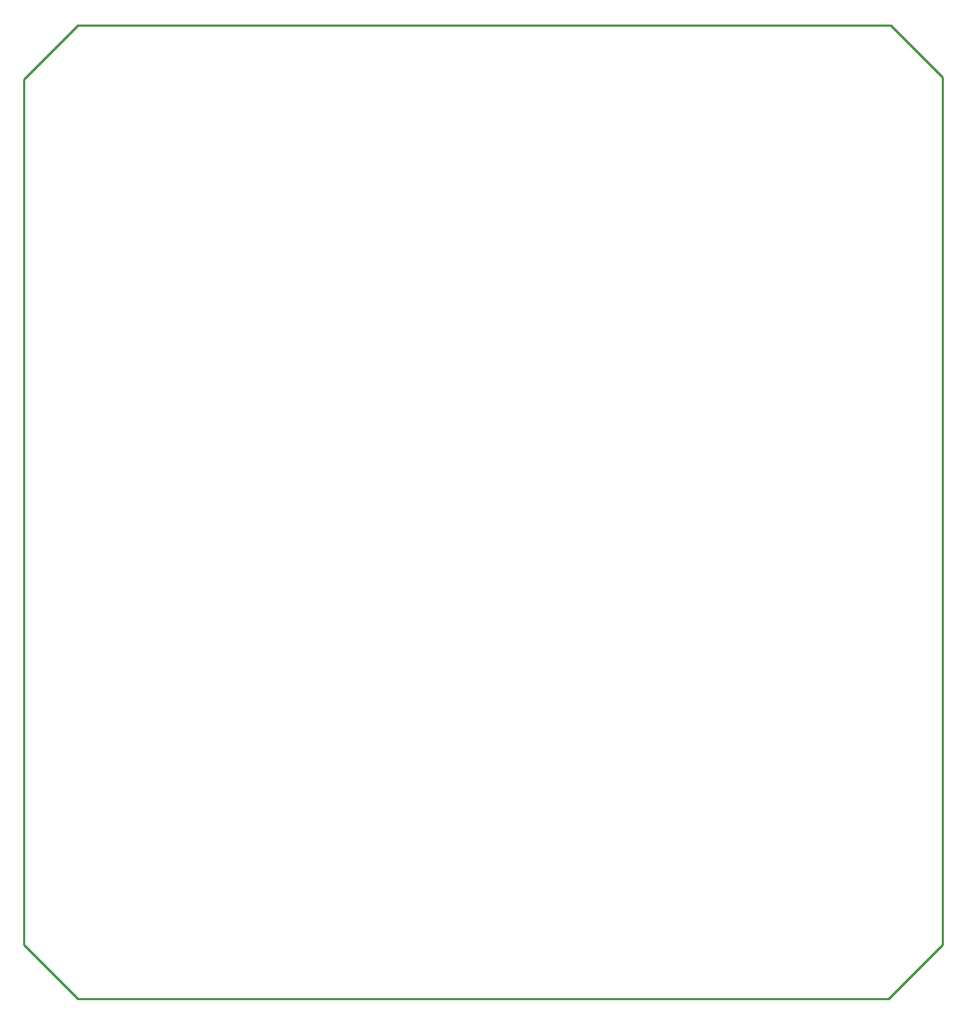
<source format=gm1>
G04*
G04 #@! TF.GenerationSoftware,Altium Limited,Altium Designer,20.0.9 (164)*
G04*
G04 Layer_Color=16711935*
%FSLAX25Y25*%
%MOIN*%
G70*
G01*
G75*
%ADD15C,0.01000*%
D15*
X25000Y0D02*
X400000D01*
X425000Y25000D02*
Y426000D01*
X0Y25000D02*
Y425000D01*
X25000Y450000D02*
X401000D01*
X0Y425000D02*
X25000Y450000D01*
X0Y25000D02*
X25000Y0D01*
X400000D02*
X425000Y25000D01*
X401000Y450000D02*
X425000Y426000D01*
M02*

</source>
